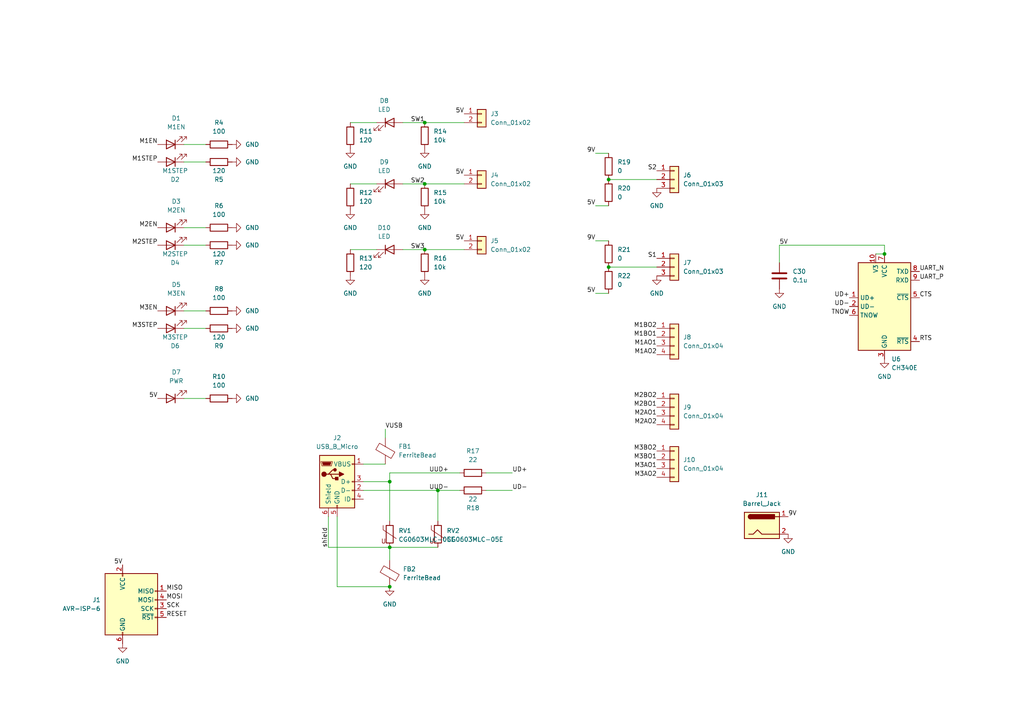
<source format=kicad_sch>
(kicad_sch (version 20211123) (generator eeschema)
  (paper "A4")
  (lib_symbols
    (symbol "Connector:AVR-ISP-6" (pin_names (offset 1.016))
      (property "Reference" "J" (at -6.35 11.43 0))
      (property "Value" "AVR-ISP-6" (at 0 11.43 0))
      (symbol "AVR-ISP-6_1_1"
        (pin passive line (at 10.16 5.08 180) (length 2.54) (name "MISO") (number "1"))
        (pin passive line (at -2.54 12.7 270) (length 2.54) (name "VCC") (number "2"))
        (pin passive line (at 10.16 0 180) (length 2.54) (name "SCK") (number "3"))
        (pin passive line (at 10.16 2.54 180) (length 2.54) (name "MOSI") (number "4"))
        (pin passive line (at 10.16 -2.54 180) (length 2.54) (name "~{RST}") (number "5"))
        (pin passive line (at -2.54 -10.16 90) (length 2.54) (name "GND") (number "6"))
      )
    )
    (symbol "Connector:Barrel_Jack" (pin_names (offset 1.016))
      (property "Reference" "J" (at 0 5.334 0))
      (property "Value" "Barrel_Jack" (at 0 -5.08 0))
      (symbol "Barrel_Jack_1_1"
        (pin passive line (at 7.62 2.54 180) (length 2.54) (name "~") (number "1"))
        (pin passive line (at 7.62 -2.54 180) (length 2.54) (name "~") (number "2"))
      )
    )
    (symbol "Connector:USB_B_Micro" (pin_names (offset 1.016))
      (property "Reference" "J" (at -5.08 11.43 0))
      (property "Value" "USB_B_Micro" (at -5.08 8.89 0))
      (symbol "USB_B_Micro_1_1"
        (pin power_out line (at 7.62 5.08 180) (length 2.54) (name "VBUS") (number "1"))
        (pin bidirectional line (at 7.62 -2.54 180) (length 2.54) (name "D-") (number "2"))
        (pin bidirectional line (at 7.62 0 180) (length 2.54) (name "D+") (number "3"))
        (pin passive line (at 7.62 -5.08 180) (length 2.54) (name "ID") (number "4"))
        (pin power_out line (at 0 -10.16 90) (length 2.54) (name "GND") (number "5"))
        (pin passive line (at -2.54 -10.16 90) (length 2.54) (name "Shield") (number "6"))
      )
    )
    (symbol "Connector_Generic:Conn_01x02" (pin_names (offset 1.016) hide)
      (property "Reference" "J" (at 0 2.54 0))
      (property "Value" "Conn_01x02" (at 0 -5.08 0))
      (symbol "Conn_01x02_1_1"
        (pin passive line (at -5.08 0 0) (length 3.81) (name "Pin_1") (number "1"))
        (pin passive line (at -5.08 -2.54 0) (length 3.81) (name "Pin_2") (number "2"))
      )
    )
    (symbol "Connector_Generic:Conn_01x03" (pin_names (offset 1.016) hide)
      (property "Reference" "J" (at 0 5.08 0))
      (property "Value" "Conn_01x03" (at 0 -5.08 0))
      (symbol "Conn_01x03_1_1"
        (pin passive line (at -5.08 2.54 0) (length 3.81) (name "Pin_1") (number "1"))
        (pin passive line (at -5.08 0 0) (length 3.81) (name "Pin_2") (number "2"))
        (pin passive line (at -5.08 -2.54 0) (length 3.81) (name "Pin_3") (number "3"))
      )
    )
    (symbol "Connector_Generic:Conn_01x04" (pin_names (offset 1.016) hide)
      (property "Reference" "J" (at 0 5.08 0))
      (property "Value" "Conn_01x04" (at 0 -7.62 0))
      (symbol "Conn_01x04_1_1"
        (pin passive line (at -5.08 2.54 0) (length 3.81) (name "Pin_1") (number "1"))
        (pin passive line (at -5.08 0 0) (length 3.81) (name "Pin_2") (number "2"))
        (pin passive line (at -5.08 -2.54 0) (length 3.81) (name "Pin_3") (number "3"))
        (pin passive line (at -5.08 -5.08 0) (length 3.81) (name "Pin_4") (number "4"))
      )
    )
    (symbol "Device:C" (pin_numbers hide) (pin_names (offset 0.254))
      (property "Reference" "C" (at 0.635 2.54 0))
      (property "Value" "C" (at 0.635 -2.54 0))
      (symbol "C_1_1"
        (pin passive line (at 0 3.81 270) (length 2.794) (name "~") (number "1"))
        (pin passive line (at 0 -3.81 90) (length 2.794) (name "~") (number "2"))
      )
    )
    (symbol "Device:FerriteBead" (pin_numbers hide) (pin_names (offset 0))
      (property "Reference" "FB" (at -3.81 0.635 90))
      (property "Value" "FerriteBead" (at 3.81 0 90))
      (symbol "FerriteBead_1_1"
        (pin passive line (at 0 3.81 270) (length 2.54) (name "~") (number "1"))
        (pin passive line (at 0 -3.81 90) (length 2.54) (name "~") (number "2"))
      )
    )
    (symbol "Device:LED" (pin_numbers hide) (pin_names (offset 1.016) hide)
      (property "Reference" "D" (at 0 2.54 0))
      (property "Value" "LED" (at 0 -2.54 0))
      (symbol "LED_1_1"
        (pin passive line (at -3.81 0 0) (length 2.54) (name "K") (number "1"))
        (pin passive line (at 3.81 0 180) (length 2.54) (name "A") (number "2"))
      )
    )
    (symbol "Device:R" (pin_numbers hide) (pin_names (offset 0))
      (property "Reference" "R" (at 2.032 0 90))
      (property "Value" "R" (at 0 0 90))
      (symbol "R_1_1"
        (pin passive line (at 0 3.81 270) (length 1.27) (name "~") (number "1"))
        (pin passive line (at 0 -3.81 90) (length 1.27) (name "~") (number "2"))
      )
    )
    (symbol "Device:Varistor" (pin_numbers hide) (pin_names (offset 0))
      (property "Reference" "RV" (at 3.175 0 90))
      (property "Value" "Varistor" (at -3.175 0 90))
      (symbol "Varistor_0_0"
        (text "U" (at -1.778 -2.032 0) (effects (font (size 1.27 1.27))))
      )
      (symbol "Varistor_1_1"
        (pin passive line (at 0 3.81 270) (length 1.27) (name "~") (number "1"))
        (pin passive line (at 0 -3.81 90) (length 1.27) (name "~") (number "2"))
      )
    )
    (symbol "Interface_USB:CH340E"
      (property "Reference" "U" (at -5.08 13.97 0))
      (property "Value" "CH340E" (at 1.27 13.97 0))
      (symbol "CH340E_1_1"
        (pin bidirectional line (at -10.16 2.54 0) (length 2.54) (name "UD+") (number "1"))
        (pin passive line (at -2.54 15.24 270) (length 2.54) (name "V3") (number "10"))
        (pin bidirectional line (at -10.16 0 0) (length 2.54) (name "UD-") (number "2"))
        (pin power_in line (at 0 -15.24 90) (length 2.54) (name "GND") (number "3"))
        (pin output line (at 10.16 -10.16 180) (length 2.54) (name "~{RTS}") (number "4"))
        (pin input line (at 10.16 2.54 180) (length 2.54) (name "~{CTS}") (number "5"))
        (pin output line (at -10.16 -2.54 0) (length 2.54) (name "TNOW") (number "6"))
        (pin power_in line (at 0 15.24 270) (length 2.54) (name "VCC") (number "7"))
        (pin output line (at 10.16 10.16 180) (length 2.54) (name "TXD") (number "8"))
        (pin input line (at 10.16 7.62 180) (length 2.54) (name "RXD") (number "9"))
      )
    )
    (symbol "MCU_Microchip_ATmega:ATmega2561-16A"
      (property "Reference" "U" (at -12.7 49.53 0))
      (property "Value" "ATmega2561-16A" (at 2.54 -49.53 0))
      (symbol "ATmega2561-16A_1_1"
        (pin bidirectional line (at -15.24 7.62 0) (length 2.54) (name "PG5") (number "1"))
        (pin bidirectional line (at 15.24 20.32 180) (length 2.54) (name "PB0") (number "10"))
        (pin bidirectional line (at 15.24 17.78 180) (length 2.54) (name "PB1") (number "11"))
        (pin bidirectional line (at 15.24 15.24 180) (length 2.54) (name "PB2") (number "12"))
        (pin bidirectional line (at 15.24 12.7 180) (length 2.54) (name "PB3") (number "13"))
        (pin bidirectional line (at 15.24 10.16 180) (length 2.54) (name "PB4") (number "14"))
        (pin bidirectional line (at 15.24 7.62 180) (length 2.54) (name "PB5") (number "15"))
        (pin bidirectional line (at 15.24 5.08 180) (length 2.54) (name "PB6") (number "16"))
        (pin bidirectional line (at 15.24 2.54 180) (length 2.54) (name "PB7") (number "17"))
        (pin bidirectional line (at -15.24 12.7 0) (length 2.54) (name "PG3") (number "18"))
        (pin bidirectional line (at -15.24 10.16 0) (length 2.54) (name "PG4") (number "19"))
        (pin bidirectional line (at -15.24 -25.4 0) (length 2.54) (name "PE0") (number "2"))
        (pin input line (at -15.24 43.18 0) (length 2.54) (name "~{RESET}") (number "20"))
        (pin power_in line (at 0 50.8 270) (length 2.54) (name "VCC") (number "21"))
        (pin power_in line (at 0 -50.8 90) (length 2.54) (name "GND") (number "22"))
        (pin output line (at -15.24 33.02 0) (length 2.54) (name "XTAL2") (number "23"))
        (pin input line (at -15.24 38.1 0) (length 2.54) (name "XTAL1") (number "24"))
        (pin bidirectional line (at 15.24 -25.4 180) (length 2.54) (name "PD0") (number "25"))
        (pin bidirectional line (at 15.24 -27.94 180) (length 2.54) (name "PD1") (number "26"))
        (pin bidirectional line (at 15.24 -30.48 180) (length 2.54) (name "PD2") (number "27"))
        (pin bidirectional line (at 15.24 -33.02 180) (length 2.54) (name "PD3") (number "28"))
        (pin bidirectional line (at 15.24 -35.56 180) (length 2.54) (name "PD4") (number "29"))
        (pin bidirectional line (at -15.24 -27.94 0) (length 2.54) (name "PE1") (number "3"))
        (pin bidirectional line (at 15.24 -38.1 180) (length 2.54) (name "PD5") (number "30"))
        (pin bidirectional line (at 15.24 -40.64 180) (length 2.54) (name "PD6") (number "31"))
        (pin bidirectional line (at 15.24 -43.18 180) (length 2.54) (name "PD7") (number "32"))
        (pin bidirectional line (at -15.24 20.32 0) (length 2.54) (name "PG0") (number "33"))
        (pin bidirectional line (at -15.24 17.78 0) (length 2.54) (name "PG1") (number "34"))
        (pin bidirectional line (at 15.24 -2.54 180) (length 2.54) (name "PC0") (number "35"))
        (pin bidirectional line (at 15.24 -5.08 180) (length 2.54) (name "PC1") (number "36"))
        (pin bidirectional line (at 15.24 -7.62 180) (length 2.54) (name "PC2") (number "37"))
        (pin bidirectional line (at 15.24 -10.16 180) (length 2.54) (name "PC3") (number "38"))
        (pin bidirectional line (at 15.24 -12.7 180) (length 2.54) (name "PC4") (number "39"))
        (pin bidirectional line (at -15.24 -30.48 0) (length 2.54) (name "PE2") (number "4"))
        (pin bidirectional line (at 15.24 -15.24 180) (length 2.54) (name "PC5") (number "40"))
        (pin bidirectional line (at 15.24 -17.78 180) (length 2.54) (name "PC6") (number "41"))
        (pin bidirectional line (at 15.24 -20.32 180) (length 2.54) (name "PC7") (number "42"))
        (pin bidirectional line (at -15.24 15.24 0) (length 2.54) (name "PG2") (number "43"))
        (pin bidirectional line (at 15.24 25.4 180) (length 2.54) (name "PA7") (number "44"))
        (pin bidirectional line (at 15.24 27.94 180) (length 2.54) (name "PA6") (number "45"))
        (pin bidirectional line (at 15.24 30.48 180) (length 2.54) (name "PA5") (number "46"))
        (pin bidirectional line (at 15.24 33.02 180) (length 2.54) (name "PA4") (number "47"))
        (pin bidirectional line (at 15.24 35.56 180) (length 2.54) (name "PA3") (number "48"))
        (pin bidirectional line (at 15.24 38.1 180) (length 2.54) (name "PA2") (number "49"))
        (pin bidirectional line (at -15.24 -33.02 0) (length 2.54) (name "PE3") (number "5"))
        (pin bidirectional line (at 15.24 40.64 180) (length 2.54) (name "PA1") (number "50"))
        (pin bidirectional line (at 15.24 43.18 180) (length 2.54) (name "PA0") (number "51"))
        (pin passive line (at 0 50.8 270) (length 2.54) hide (name "VCC") (number "52"))
        (pin passive line (at 0 -50.8 90) (length 2.54) hide (name "GND") (number "53"))
        (pin bidirectional line (at -15.24 -20.32 0) (length 2.54) (name "PF7") (number "54"))
        (pin bidirectional line (at -15.24 -17.78 0) (length 2.54) (name "PF6") (number "55"))
        (pin bidirectional line (at -15.24 -15.24 0) (length 2.54) (name "PF5") (number "56"))
        (pin bidirectional line (at -15.24 -12.7 0) (length 2.54) (name "PF4") (number "57"))
        (pin bidirectional line (at -15.24 -10.16 0) (length 2.54) (name "PF3") (number "58"))
        (pin bidirectional line (at -15.24 -7.62 0) (length 2.54) (name "PF2") (number "59"))
        (pin bidirectional line (at -15.24 -35.56 0) (length 2.54) (name "PE4") (number "6"))
        (pin bidirectional line (at -15.24 -5.08 0) (length 2.54) (name "PF1") (number "60"))
        (pin bidirectional line (at -15.24 -2.54 0) (length 2.54) (name "PF0") (number "61"))
        (pin passive line (at -15.24 27.94 0) (length 2.54) (name "AREF") (number "62"))
        (pin passive line (at 0 -50.8 90) (length 2.54) hide (name "GND") (number "63"))
        (pin power_in line (at 2.54 50.8 270) (length 2.54) (name "AVCC") (number "64"))
        (pin bidirectional line (at -15.24 -38.1 0) (length 2.54) (name "PE5") (number "7"))
        (pin bidirectional line (at -15.24 -40.64 0) (length 2.54) (name "PE6") (number "8"))
        (pin bidirectional line (at -15.24 -43.18 0) (length 2.54) (name "PE7") (number "9"))
      )
    )
    (symbol "Regulator_Linear:uA7805" (pin_names (offset 0.254))
      (property "Reference" "U" (at -3.81 3.175 0))
      (property "Value" "uA7805" (at 0 3.175 0))
      (symbol "uA7805_1_1"
        (pin power_in line (at -7.62 0 0) (length 2.54) (name "IN") (number "1"))
        (pin power_in line (at 0 -7.62 90) (length 2.54) (name "GND") (number "2"))
        (pin power_out line (at 7.62 0 180) (length 2.54) (name "OUT") (number "3"))
      )
    )
    (symbol "TMC2208:TMC2208-LA" (pin_names (offset 0.254))
      (property "Reference" "U" (at 25.4 10.16 0))
      (property "Value" "TMC2208-LA" (at 25.4 7.62 0))
      (symbol "TMC2208-LA_1_1"
        (pin output line (at 50.8 -15.24 180) (length 7.62) (name "OB2") (number "1"))
        (pin input line (at 0 -17.78 0) (length 7.62) (name "MS2") (number "10"))
        (pin output line (at 50.8 -5.08 180) (length 7.62) (name "DIAG") (number "11"))
        (pin output line (at 0 -10.16 0) (length 7.62) (name "INDEX") (number "12"))
        (pin input line (at 0 0 0) (length 7.62) (name "CLK") (number "13"))
        (pin bidirectional line (at 0 -33.02 0) (length 7.62) (name "PDN_UART") (number "14"))
        (pin input line (at 0 -22.86 0) (length 7.62) (name "STEP") (number "16"))
        (pin input line (at 0 -5.08 0) (length 7.62) (name "DIR") (number "19"))
        (pin input line (at 0 -7.62 0) (length 7.62) (name "ENN") (number "2"))
        (pin output line (at 50.8 -7.62 180) (length 7.62) (name "OA2") (number "21"))
        (pin unspecified line (at 0 -27.94 0) (length 7.62) (name "BRA") (number "23"))
        (pin output line (at 50.8 -10.16 180) (length 7.62) (name "OA1") (number "24"))
        (pin output line (at 50.8 -17.78 180) (length 7.62) (name "OB1") (number "26"))
        (pin unspecified line (at 0 -30.48 0) (length 7.62) (name "BRB") (number "27"))
        (pin output line (at 50.8 -2.54 180) (length 7.62) (name "CPO") (number "4"))
        (pin input line (at 0 -2.54 0) (length 7.62) (name "CPI") (number "5"))
        (pin output line (at 50.8 0 180) (length 7.62) (name "5VOUT") (number "8"))
        (pin input line (at 0 -15.24 0) (length 7.62) (name "MS1") (number "9"))
      )
      (symbol "TMC2208-LA_2_1"
        (pin power_in line (at 0 -7.62 0) (length 7.62) (name "VCC_IO") (number "15"))
        (pin input line (at 0 -12.7 0) (length 7.62) (name "VREF") (number "17"))
        (pin power_in line (at 0 -27.94 0) (length 7.62) (name "GND") (number "18"))
        (pin no_connect line (at 0 -2.54 0) (length 7.62) (name "NC") (number "20"))
        (pin power_in line (at 0 -17.78 0) (length 7.62) (name "VS") (number "22"))
        (pin no_connect line (at 0 -5.08 0) (length 7.62) (name "NC") (number "25"))
        (pin power_in line (at 0 -20.32 0) (length 7.62) (name "VS") (number "28"))
        (pin power_in line (at 0 -25.4 0) (length 7.62) (name "GND") (number "3"))
        (pin power_in line (at 0 -10.16 0) (length 7.62) (name "VCP") (number "6"))
        (pin no_connect line (at 0 0 0) (length 7.62) (name "NC") (number "7"))
      )
    )
    (symbol "XTAL:ECS-160-12-33-AGN-TR" (pin_names (offset 1.016))
      (property "Reference" "Y" (at -12.7254 7.62 0))
      (property "Value" "ECS-160-12-33-AGN-TR" (at -12.7254 -7.62 0))
      (symbol "ECS-160-12-33-AGN-TR_0_0"
        (pin bidirectional line (at -17.78 2.54 0) (length 5.08) (name "IN/OUT") (number "1"))
        (pin power_in line (at 17.78 -2.54 180) (length 5.08) (name "GND") (number "2"))
        (pin bidirectional line (at 17.78 2.54 180) (length 5.08) (name "OUT/IN") (number "3"))
        (pin power_in line (at 17.78 -2.54 180) (length 5.08) (name "GND") (number "4"))
      )
    )
    (symbol "power:GND" (power) (pin_names (offset 0))
      (property "Value" "GND" (at 0 -3.81 0))
      (symbol "GND_1_1"
        (pin power_in line (at 0 0 270) (length 0) hide (name "GND") (number "1"))
      )
    )
  )
  (junction (at -60.96 78.74))
  (junction (at -307.34 450.85))
  (junction (at -293.37 256.54))
  (junction (at 123.19 72.39))
  (junction (at -313.69 182.88))
  (junction (at -36.83 58.42))
  (junction (at -102.87 67.31))
  (junction (at -294.64 306.07))
  (junction (at -294.64 313.69))
  (junction (at -163.83 29.21))
  (junction (at -298.45 450.85))
  (junction (at 113.03 139.7))
  (junction (at 123.19 53.34))
  (junction (at -318.77 450.85))
  (junction (at -303.53 313.69))
  (junction (at 113.03 170.18))
  (junction (at 113.03 158.75))
  (junction (at -48.26 58.42))
  (junction (at -307.34 443.23))
  (junction (at -293.37 175.26))
  (junction (at -36.83 50.8))
  (junction (at -302.26 182.88))
  (junction (at -303.53 306.07))
  (junction (at 256.54 73.66))
  (junction (at -313.69 175.26))
  (junction (at -318.77 443.23))
  (junction (at 127 142.24))
  (junction (at -102.87 102.87))
  (junction (at 176.53 77.47))
  (junction (at -293.37 182.88))
  (junction (at -314.96 306.07))
  (junction (at -327.66 313.69))
  (junction (at -48.26 50.8))
  (junction (at -302.26 175.26))
  (junction (at -292.1 125.73))
  (junction (at 176.53 52.07))
  (junction (at -326.39 182.88))
  (junction (at 123.19 35.56))
  (junction (at -314.96 313.69))
  (junction (at -331.47 450.85))
  (junction (at -297.18 393.7))
  (junction (at -102.87 110.49))
  (junction (at -298.45 443.23))
  (wire (pts (xy -318.77 443.23) (xy -307.34 443.23)))
  (wire (pts (xy 176.53 77.47) (xy 190.5 77.47)))
  (wire (pts (xy -86.36 88.9) (xy -54.61 88.9)))
  (wire (pts (xy -36.83 58.42) (xy -36.83 71.12)))
  (wire (pts (xy 53.34 95.25) (xy 59.69 95.25)))
  (wire (pts (xy -85.09 147.32) (xy -54.61 147.32)))
  (wire (pts (xy -294.64 311.15) (xy -294.64 313.69)))
  (wire (pts (xy 53.34 66.04) (xy 59.69 66.04)))
  (wire (pts (xy 140.97 137.16) (xy 148.59 137.16)))
  (wire (pts (xy -309.88 393.7) (xy -297.18 393.7)))
  (wire (pts (xy 113.03 158.75) (xy 113.03 162.56)))
  (wire (pts (xy -314.96 295.91) (xy -294.64 295.91)))
  (wire (pts (xy -309.88 365.76) (xy -297.18 365.76)))
  (wire (pts (xy -292.1 125.73) (xy -292.1 128.27)))
  (wire (pts (xy -327.66 313.69) (xy -314.96 313.69)))
  (wire (pts (xy -86.36 102.87) (xy -86.36 88.9)))
  (wire (pts (xy 53.34 71.12) (xy 59.69 71.12)))
  (wire (pts (xy -68.58 78.74) (xy -60.96 78.74)))
  (wire (pts (xy -303.53 313.69) (xy -294.64 313.69)))
  (wire (pts (xy 172.72 85.09) (xy 176.53 85.09)))
  (wire (pts (xy 97.79 170.18) (xy 113.03 170.18)))
  (wire (pts (xy 53.34 115.57) (xy 59.69 115.57)))
  (wire (pts (xy -294.64 303.53) (xy -294.64 306.07)))
  (wire (pts (xy 95.25 158.75) (xy 113.03 158.75)))
  (wire (pts (xy 113.03 137.16) (xy 113.03 139.7)))
  (wire (pts (xy -318.77 433.07) (xy -298.45 433.07)))
  (wire (pts (xy -48.26 59.69) (xy -48.26 58.42)))
  (wire (pts (xy -339.09 162.56) (xy -293.37 162.56)))
  (wire (pts (xy -306.07 256.54) (xy -293.37 256.54)))
  (wire (pts (xy 113.03 139.7) (xy 105.41 139.7)))
  (wire (pts (xy -39.37 58.42) (xy -36.83 58.42)))
  (wire (pts (xy -344.17 438.15) (xy -344.17 450.85)))
  (wire (pts (xy 256.54 71.12) (xy 226.06 71.12)))
  (wire (pts (xy -318.77 450.85) (xy -307.34 450.85)))
  (wire (pts (xy -293.37 256.54) (xy -293.37 259.08)))
  (wire (pts (xy -241.3 97.79) (xy -226.06 97.79)))
  (wire (pts (xy -339.09 182.88) (xy -326.39 182.88)))
  (wire (pts (xy -314.96 313.69) (xy -303.53 313.69)))
  (wire (pts (xy -307.34 443.23) (xy -298.45 443.23)))
  (wire (pts (xy -298.45 440.69) (xy -298.45 443.23)))
  (wire (pts (xy 127 142.24) (xy 105.41 142.24)))
  (wire (pts (xy 254 73.66) (xy 256.54 73.66)))
  (wire (pts (xy -313.69 167.64) (xy -313.69 165.1)))
  (wire (pts (xy -313.69 175.26) (xy -302.26 175.26)))
  (wire (pts (xy -297.18 393.7) (xy -297.18 396.24)))
  (wire (pts (xy 133.35 137.16) (xy 113.03 137.16)))
  (wire (pts (xy 172.72 59.69) (xy 176.53 59.69)))
  (wire (pts (xy 113.03 158.75) (xy 127 158.75)))
  (wire (pts (xy -326.39 175.26) (xy -313.69 175.26)))
  (wire (pts (xy -331.47 443.23) (xy -318.77 443.23)))
  (wire (pts (xy -306.07 228.6) (xy -293.37 228.6)))
  (wire (pts (xy -313.69 165.1) (xy -293.37 165.1)))
  (wire (pts (xy 172.72 44.45) (xy 176.53 44.45)))
  (wire (pts (xy -327.66 306.07) (xy -314.96 306.07)))
  (wire (pts (xy 116.84 72.39) (xy 123.19 72.39)))
  (wire (pts (xy -303.53 306.07) (xy -294.64 306.07)))
  (wire (pts (xy 53.34 41.91) (xy 59.69 41.91)))
  (wire (pts (xy -326.39 182.88) (xy -313.69 182.88)))
  (wire (pts (xy 111.76 124.46) (xy 111.76 127)))
  (wire (pts (xy -102.87 102.87) (xy -86.36 102.87)))
  (wire (pts (xy 123.19 72.39) (xy 134.62 72.39)))
  (wire (pts (xy 101.6 72.39) (xy 109.22 72.39)))
  (wire (pts (xy 53.34 46.99) (xy 59.69 46.99)))
  (wire (pts (xy -86.36 83.82) (xy -86.36 67.31)))
  (wire (pts (xy -344.17 430.53) (xy -298.45 430.53)))
  (wire (pts (xy 101.6 35.56) (xy 109.22 35.56)))
  (wire (pts (xy 101.6 53.34) (xy 109.22 53.34)))
  (wire (pts (xy -302.26 182.88) (xy -293.37 182.88)))
  (wire (pts (xy -339.09 170.18) (xy -339.09 182.88)))
  (wire (pts (xy 95.25 149.86) (xy 95.25 158.75)))
  (wire (pts (xy 127 142.24) (xy 133.35 142.24)))
  (wire (pts (xy -302.26 175.26) (xy -293.37 175.26)))
  (wire (pts (xy -156.21 21.59) (xy -149.86 21.59)))
  (wire (pts (xy 116.84 35.56) (xy 123.19 35.56)))
  (wire (pts (xy -107.95 110.49) (xy -102.87 110.49)))
  (wire (pts (xy -78.74 93.98) (xy -54.61 93.98)))
  (wire (pts (xy 176.53 52.07) (xy 190.5 52.07)))
  (wire (pts (xy -86.36 67.31) (xy -102.87 67.31)))
  (wire (pts (xy 123.19 53.34) (xy 134.62 53.34)))
  (wire (pts (xy -340.36 300.99) (xy -340.36 313.69)))
  (wire (pts (xy -340.36 313.69) (xy -327.66 313.69)))
  (wire (pts (xy -304.8 97.79) (xy -292.1 97.79)))
  (wire (pts (xy -85.09 156.21) (xy -85.09 149.86)))
  (wire (pts (xy -246.38 365.76) (xy -231.14 365.76)))
  (wire (pts (xy 172.72 69.85) (xy 176.53 69.85)))
  (wire (pts (xy 113.03 139.7) (xy 113.03 151.13)))
  (wire (pts (xy -318.77 435.61) (xy -318.77 433.07)))
  (wire (pts (xy 116.84 53.34) (xy 123.19 53.34)))
  (wire (pts (xy -314.96 298.45) (xy -314.96 295.91)))
  (wire (pts (xy -85.09 149.86) (xy -54.61 149.86)))
  (wire (pts (xy 105.41 134.62) (xy 111.76 134.62)))
  (wire (pts (xy -59.69 50.8) (xy -48.26 50.8)))
  (wire (pts (xy -340.36 293.37) (xy -294.64 293.37)))
  (wire (pts (xy 127 142.24) (xy 127 151.13)))
  (wire (pts (xy -314.96 306.07) (xy -303.53 306.07)))
  (wire (pts (xy 256.54 73.66) (xy 256.54 71.12)))
  (wire (pts (xy -293.37 180.34) (xy -293.37 182.88)))
  (wire (pts (xy -180.34 29.21) (xy -163.83 29.21)))
  (wire (pts (xy 123.19 35.56) (xy 134.62 35.56)))
  (wire (pts (xy 226.06 71.12) (xy 226.06 76.2)))
  (wire (pts (xy -180.34 21.59) (xy -171.45 21.59)))
  (wire (pts (xy 140.97 142.24) (xy 148.59 142.24)))
  (wire (pts (xy -307.34 450.85) (xy -298.45 450.85)))
  (wire (pts (xy 97.79 149.86) (xy 97.79 170.18)))
  (wire (pts (xy -313.69 182.88) (xy -302.26 182.88)))
  (wire (pts (xy 53.34 90.17) (xy 59.69 90.17)))
  (wire (pts (xy -331.47 450.85) (xy -318.77 450.85)))
  (wire (pts (xy -242.57 228.6) (xy -227.33 228.6)))
  (wire (pts (xy -304.8 125.73) (xy -292.1 125.73)))
  (wire (pts (xy -36.83 50.8) (xy -31.75 50.8)))
  (wire (pts (xy -344.17 450.85) (xy -331.47 450.85)))
  (wire (pts (xy -95.25 147.32) (xy -92.71 147.32)))
  (wire (pts (xy -36.83 50.8) (xy -36.83 58.42)))
  (wire (pts (xy -298.45 448.31) (xy -298.45 450.85)))
  (wire (pts (xy -48.26 50.8) (xy -36.83 50.8)))
  (wire (pts (xy -39.37 58.42) (xy -39.37 71.12)))
  (wire (pts (xy -163.83 29.21) (xy -149.86 29.21)))
  (wire (pts (xy -107.95 102.87) (xy -107.95 110.49)))
  (wire (pts (xy -293.37 172.72) (xy -293.37 175.26)))
  (wire (pts (xy -95.25 156.21) (xy -92.71 156.21)))
  (wire (pts (xy -60.96 78.74) (xy -54.61 78.74)))
  (wire (pts (xy -59.69 58.42) (xy -48.26 58.42)))
  (wire (pts (xy -86.36 83.82) (xy -54.61 83.82)))
  (label "M3BO2" (at 190.5 130.81 180))
  (label "9V" (at -327.66 306.07 180))
  (label "UD-" (at 148.59 142.24 0))
  (label "5V" (at 134.62 69.85 180))
  (label "M2CPI" (at -271.78 210.82 180))
  (label "5V" (at -149.86 21.59 90))
  (label "5V" (at -339.09 162.56 180))
  (label "M3AO1" (at -246.38 375.92 0))
  (label "M1CPO" (at -241.3 100.33 0))
  (label "M3AO2" (at 190.5 138.43 180))
  (label "M3EN" (at -297.18 373.38 180))
  (label "M2STEP" (at 45.72 71.12 180))
  (label "M3DIAG" (at -246.38 370.84 0))
  (label "M1AO2" (at 190.5 102.87 180))
  (label "M2CPO" (at -242.57 231.14 0))
  (label "M2BO2" (at 190.5 115.57 180))
  (label "M3AO1" (at 190.5 135.89 180))
  (label "S1" (at 190.5 74.93 180))
  (label "5V" (at 134.62 33.02 180))
  (label "M2INDEX" (at -293.37 238.76 180))
  (label "shield" (at 95.25 158.75 90))
  (label "M3STEP" (at 45.72 95.25 180))
  (label "M1DIR" (at -24.13 93.98 0))
  (label "M3STEP" (at -297.18 388.62 180))
  (label "S2" (at -24.13 152.4 0))
  (label "M1AO1" (at -241.3 107.95 0))
  (label "9V" (at 172.72 69.85 180))
  (label "M1CPO" (at -262.89 80.01 0))
  (label "SW2" (at 123.19 53.34 180))
  (label "M1BO1" (at 190.5 97.79 180))
  (label "M1BO2" (at -241.3 113.03 0))
  (label "RTS" (at 266.7 99.06 0))
  (label "M3PDN" (at -297.18 398.78 180))
  (label "SCK" (at -24.13 104.14 0))
  (label "M1MS1" (at -292.1 113.03 180))
  (label "M3DIAG" (at -54.61 104.14 180))
  (label "M2AO2" (at 190.5 123.19 180))
  (label "S1" (at -24.13 149.86 0))
  (label "AUART_N" (at -76.2 149.86 270))
  (label "UART_N" (at -95.25 156.21 180))
  (label "M2PDN" (at -293.37 261.62 180))
  (label "M1MS1" (at -24.13 81.28 0))
  (label "M2BO2" (at -242.57 243.84 0))
  (label "5V" (at -340.36 293.37 180))
  (label "M3BO1" (at 190.5 133.35 180))
  (label "SW1" (at 123.19 35.56 180))
  (label "SW2" (at -24.13 157.48 0))
  (label "M2EN" (at 45.72 66.04 180))
  (label "M2STEP" (at -24.13 134.62 0))
  (label "M1DIAG" (at -241.3 102.87 0))
  (label "M2DIR" (at -24.13 132.08 0))
  (label "M3AO2" (at -246.38 373.38 0))
  (label "M3CPO" (at -246.38 368.3 0))
  (label "MISO" (at 48.26 171.45 0))
  (label "M3INDEX" (at -54.61 101.6 180))
  (label "M1AO2" (at -241.3 105.41 0))
  (label "M3BO2" (at -246.38 381 0))
  (label "M1INDEX" (at -24.13 88.9 0))
  (label "M2DIAG" (at -24.13 139.7 0))
  (label "M3CPO" (at -267.97 347.98 0))
  (label "RESET" (at -68.58 78.74 180))
  (label "MOSI" (at 48.26 173.99 0))
  (label "M1STEP" (at -24.13 91.44 0))
  (label "M2MS2" (at -24.13 142.24 0))
  (label "M2DIAG" (at -242.57 233.68 0))
  (label "M2CPO" (at -264.16 210.82 0))
  (label "UD+" (at 246.38 86.36 180))
  (label "M2STEP" (at -293.37 251.46 180))
  (label "M2BO1" (at -242.57 246.38 0))
  (label "M3MS2" (at -24.13 124.46 0))
  (label "MISO" (at -24.13 109.22 0))
  (label "M3MS1" (at -297.18 381 180))
  (label "5V" (at 226.06 71.12 0))
  (label "VUSB" (at 111.76 124.46 0))
  (label "9V" (at -180.34 21.59 90))
  (label "M3BO1" (at -246.38 383.54 0))
  (label "9V" (at 172.72 44.45 180))
  (label "M2EN" (at -24.13 96.52 0))
  (label "S2" (at 190.5 49.53 180))
  (label "9V" (at -331.47 443.23 180))
  (label "M1MS2" (at -24.13 83.82 0))
  (label "M1DIR" (at -292.1 102.87 180))
  (label "M1CPI" (at -270.51 80.01 180))
  (label "5V" (at -344.17 430.53 180))
  (label "M1PDN" (at -292.1 130.81 180))
  (label "5V" (at -41.91 50.8 180))
  (label "SCK" (at 48.26 176.53 0))
  (label "M3MS2" (at -297.18 383.54 180))
  (label "SW1" (at -24.13 160.02 0))
  (label "5V" (at 35.56 163.83 180))
  (label "SW3" (at -24.13 154.94 0))
  (label "M1BO2" (at 190.5 95.25 180))
  (label "UART_N" (at 266.7 78.74 0))
  (label "M2DIR" (at -293.37 233.68 180))
  (label "M2MS1" (at -54.61 106.68 180))
  (label "M3MS1" (at -24.13 127 0))
  (label "M2MS2" (at -293.37 246.38 180))
  (label "UUD+" (at 124.46 137.16 0))
  (label "SW3" (at 123.19 72.39 180))
  (label "M3INDEX" (at -297.18 375.92 180))
  (label "9V" (at -326.39 175.26 180))
  (label "M1STEP" (at -292.1 120.65 180))
  (label "M2CPI" (at -293.37 231.14 180))
  (label "M2EN" (at -293.37 236.22 180))
  (label "M3EN" (at 45.72 90.17 180))
  (label "AUART_P" (at -76.2 147.32 90))
  (label "UD-" (at 246.38 88.9 180))
  (label "M1INDEX" (at -292.1 107.95 180))
  (label "5V" (at 172.72 85.09 180))
  (label "UUD-" (at 124.46 142.24 0))
  (label "M3CPI" (at -297.18 368.3 180))
  (label "M1STEP" (at 45.72 46.99 180))
  (label "UART_P" (at 266.7 81.28 0))
  (label "5V" (at 134.62 50.8 180))
  (label "RESET" (at 48.26 179.07 0))
  (label "UD+" (at 148.59 137.16 0))
  (label "TNOW" (at 246.38 91.44 180))
  (label "M1DIAG" (at -24.13 86.36 0))
  (label "M1CPI" (at -292.1 100.33 180))
  (label "M2AO1" (at 190.5 120.65 180))
  (label "M2AO2" (at -242.57 236.22 0))
  (label "M3STEP" (at -24.13 165.1 0))
  (label "UART_P" (at -95.25 147.32 180))
  (label "M2INDEX" (at -24.13 137.16 0))
  (label "M1EN" (at -24.13 78.74 0))
  (label "M3EN" (at -24.13 129.54 0))
  (label "M2MS1" (at -293.37 243.84 180))
  (label "M1BO1" (at -241.3 115.57 0))
  (label "5V" (at 172.72 59.69 180))
  (label "5V" (at -60.96 71.12 90))
  (label "9V" (at 228.6 149.86 0))
  (label "M3DIR" (at -297.18 370.84 180))
  (label "M1MS2" (at -292.1 115.57 180))
  (label "M3DIR" (at -24.13 162.56 0))
  (label "M3CPI" (at -275.59 347.98 180))
  (label "M1AO1" (at 190.5 100.33 180))
  (label "CTS" (at 266.7 86.36 0))
  (label "M1EN" (at 45.72 41.91 180))
  (label "MOSI" (at -24.13 106.68 0))
  (label "M2BO1" (at 190.5 118.11 180))
  (label "M1EN" (at -292.1 105.41 180))
  (label "5V" (at 45.72 115.57 180))
  (label "M2AO1" (at -242.57 238.76 0))
  (symbol (lib_id "Connector:USB_B_Micro") (at 97.79 139.7 0) (unit 1)
    (property "Reference" "J2" (at 97.79 127 0))
    (property "Value" "USB_B_Micro" (at 97.79 129.54 0))
    (property "Footprint" "Connector_USB:USB_Micro-B_Amphenol_10104110_Horizontal" (effects hide))
  )
  (symbol (lib_id "power:GND") (at 101.6 43.18 0) (unit 1)
    (property "Reference" "#PWR028" (effects hide))
    (property "Value" "GND" (at 101.6 48.26 0))
  )
  (symbol (lib_id "Connector_Generic:Conn_01x02") (at 139.7 69.85 0) (unit 1)
    (property "Reference" "J5" (at 142.24 69.8499 0) (effects (justify left)))
    (property "Value" "Conn_01x02" (at 142.24 72.3899 0) (effects (justify left)))
    (property "Footprint" "Connector_JST:JST_XH_B2B-XH-A_1x02_P2.50mm_Vertical" (effects hide))
  )
  (symbol (lib_id "Device:C") (at -318.77 439.42 0) (unit 1)
    (property "Reference" "C7" (at -313.69 438.1499 0) (effects (justify left)))
    (property "Value" "100n" (at -313.69 440.6899 0) (effects (justify left)))
    (property "Footprint" "Capacitor_SMD:C_1206_3216Metric_Pad1.33x1.80mm_HandSolder" (effects hide))
  )
  (symbol (lib_id "power:GND") (at 190.5 54.61 0) (unit 1)
    (property "Reference" "#PWR035" (effects hide))
    (property "Value" "GND" (at 190.5 59.69 0))
  )
  (symbol (lib_id "power:GND") (at -306.07 256.54 0) (unit 1)
    (property "Reference" "#PWR07" (effects hide))
    (property "Value" "GND" (at -306.07 261.62 0))
  )
  (symbol (lib_id "Device:LED") (at 49.53 46.99 180) (unit 1)
    (property "Reference" "D2" (at 50.8 52.07 0))
    (property "Value" "M1STEP" (at 50.8 49.53 0))
    (property "Footprint" "LED_SMD:LED_1206_3216Metric_Pad1.42x1.75mm_HandSolder" (effects hide))
  )
  (symbol (lib_id "power:GND") (at -304.8 97.79 0) (unit 1)
    (property "Reference" "#PWR08" (effects hide))
    (property "Value" "GND" (at -304.8 102.87 0))
  )
  (symbol (lib_id "Device:R") (at 123.19 39.37 0) (unit 1)
    (property "Reference" "R14" (at 125.73 38.0999 0) (effects (justify left)))
    (property "Value" "10k" (at 125.73 40.6399 0) (effects (justify left)))
    (property "Footprint" "Resistor_SMD:R_1206_3216Metric_Pad1.30x1.75mm_HandSolder" (effects hide))
  )
  (symbol (lib_id "Device:R") (at 123.19 76.2 0) (unit 1)
    (property "Reference" "R16" (at 125.73 74.9299 0) (effects (justify left)))
    (property "Value" "10k" (at 125.73 77.4699 0) (effects (justify left)))
    (property "Footprint" "Resistor_SMD:R_1206_3216Metric_Pad1.30x1.75mm_HandSolder" (effects hide))
  )
  (symbol (lib_id "Device:C") (at -59.69 54.61 180) (unit 1)
    (property "Reference" "C27" (at -55.88 53.3399 0) (effects (justify right)))
    (property "Value" "0.1u" (at -55.88 55.8799 0) (effects (justify right)))
    (property "Footprint" "Capacitor_SMD:C_1206_3216Metric_Pad1.33x1.80mm_HandSolder" (effects hide))
  )
  (symbol (lib_id "Device:LED") (at 49.53 90.17 180) (unit 1)
    (property "Reference" "D5" (at 51.1175 82.55 0))
    (property "Value" "M3EN" (at 51.1175 85.09 0))
    (property "Footprint" "LED_SMD:LED_1206_3216Metric_Pad1.42x1.75mm_HandSolder" (effects hide))
  )
  (symbol (lib_id "power:GND") (at -314.96 313.69 0) (unit 1)
    (property "Reference" "#PWR02" (effects hide))
    (property "Value" "GND" (at -314.96 318.77 0))
  )
  (symbol (lib_id "Device:C") (at -149.86 25.4 0) (unit 1)
    (property "Reference" "C23" (at -144.78 24.1299 0) (effects (justify left)))
    (property "Value" "0.1u" (at -144.78 26.6699 0) (effects (justify left)))
    (property "Footprint" "Capacitor_SMD:C_1206_3216Metric_Pad1.33x1.80mm_HandSolder" (effects hide))
  )
  (symbol (lib_id "Device:LED") (at 113.03 35.56 0) (unit 1)
    (property "Reference" "D8" (at 111.4425 29.21 0))
    (property "Value" "LED" (at 111.4425 31.75 0))
    (property "Footprint" "LED_SMD:LED_1206_3216Metric_Pad1.42x1.75mm_HandSolder" (effects hide))
  )
  (symbol (lib_id "Device:R") (at -60.96 74.93 0) (unit 1)
    (property "Reference" "R3" (at -57.15 73.6599 0) (effects (justify left)))
    (property "Value" "10k" (at -57.15 76.1999 0) (effects (justify left)))
    (property "Footprint" "Resistor_SMD:R_1206_3216Metric_Pad1.30x1.75mm_HandSolder" (effects hide))
  )
  (symbol (lib_id "Device:C") (at -318.77 447.04 0) (unit 1)
    (property "Reference" "C8" (at -313.69 445.7699 0) (effects (justify left)))
    (property "Value" "100n" (at -313.69 448.3099 0) (effects (justify left)))
    (property "Footprint" "Capacitor_SMD:C_1206_3216Metric_Pad1.33x1.80mm_HandSolder" (effects hide))
  )
  (symbol (lib_id "Connector:AVR-ISP-6") (at 38.1 176.53 0) (unit 1)
    (property "Reference" "J1" (at 29.21 173.9899 0) (effects (justify right)))
    (property "Value" "AVR-ISP-6" (at 29.21 176.5299 0) (effects (justify right)))
    (property "Footprint" "Connector_PinHeader_2.54mm:PinHeader_2x03_P2.54mm_Vertical" (effects hide))
    (property "Datasheet" " ~" (effects hide))
  )
  (symbol (lib_id "TMC2208:TMC2208-LA") (at -292.1 97.79 0) (unit 1)
    (property "Reference" "U3" (at -266.7 86.36 0) (effects (font (size 1.524 1.524))))
    (property "Value" "TMC2208-LA" (at -266.7 90.17 0) (effects (font (size 1.524 1.524))))
    (property "Footprint" "TMC2208:TMC2208-LA" (effects hide))
  )
  (symbol (lib_id "power:GND") (at -31.75 58.42 0) (unit 1)
    (property "Reference" "#PWR019" (effects hide))
    (property "Value" "GND" (at -31.75 63.5 0))
  )
  (symbol (lib_id "power:GND") (at 123.19 60.96 0) (unit 1)
    (property "Reference" "#PWR033" (effects hide))
    (property "Value" "GND" (at 123.19 66.04 0))
  )
  (symbol (lib_id "Device:C") (at -48.26 54.61 180) (unit 1)
    (property "Reference" "C28" (at -44.45 53.3399 0) (effects (justify right)))
    (property "Value" "0.1u" (at -44.45 55.8799 0) (effects (justify right)))
    (property "Footprint" "Capacitor_SMD:C_1206_3216Metric_Pad1.33x1.80mm_HandSolder" (effects hide))
  )
  (symbol (lib_id "Device:R") (at 137.16 142.24 90) (unit 1)
    (property "Reference" "R18" (at 137.16 147.32 90))
    (property "Value" "22" (at 137.16 144.78 90))
    (property "Footprint" "Resistor_SMD:R_1206_3216Metric_Pad1.30x1.75mm_HandSolder" (effects hide))
  )
  (symbol (lib_id "Device:C") (at -326.39 179.07 0) (unit 1)
    (property "Reference" "C6" (at -321.31 177.7999 0) (effects (justify left)))
    (property "Value" "100u" (at -321.31 180.3399 0) (effects (justify left)))
    (property "Footprint" "Capacitor_SMD:CP_Elec_5x5.4" (effects hide))
  )
  (symbol (lib_id "power:GND") (at 113.03 170.18 0) (unit 1)
    (property "Reference" "#PWR031" (effects hide))
    (property "Value" "GND" (at 113.03 175.26 0))
  )
  (symbol (lib_id "power:GND") (at 67.31 41.91 90) (unit 1)
    (property "Reference" "#PWR021" (effects hide))
    (property "Value" "GND" (at 71.12 41.9099 90) (effects (justify right)))
  )
  (symbol (lib_id "Device:R") (at 101.6 39.37 180) (unit 1)
    (property "Reference" "R11" (at 104.14 38.0999 0) (effects (justify right)))
    (property "Value" "120" (at 104.14 40.6399 0) (effects (justify right)))
    (property "Footprint" "Resistor_SMD:R_1206_3216Metric_Pad1.30x1.75mm_HandSolder" (effects hide))
  )
  (symbol (lib_id "Device:C") (at -340.36 297.18 0) (unit 1)
    (property "Reference" "C2" (at -335.28 295.9099 0) (effects (justify left)))
    (property "Value" "100n" (at -335.28 298.4499 0) (effects (justify left)))
    (property "Footprint" "Capacitor_SMD:C_1206_3216Metric_Pad1.33x1.80mm_HandSolder" (effects hide))
  )
  (symbol (lib_id "Device:R") (at 63.5 90.17 90) (unit 1)
    (property "Reference" "R8" (at 63.5 83.82 90))
    (property "Value" "100" (at 63.5 86.36 90))
    (property "Footprint" "Resistor_SMD:R_1206_3216Metric_Pad1.30x1.75mm_HandSolder" (effects hide))
  )
  (symbol (lib_id "power:GND") (at -102.87 59.69 180) (unit 1)
    (property "Reference" "#PWR014" (effects hide))
    (property "Value" "GND" (at -102.87 54.61 0))
  )
  (symbol (lib_id "Device:C") (at -314.96 309.88 0) (unit 1)
    (property "Reference" "C10" (at -309.88 308.6099 0) (effects (justify left)))
    (property "Value" "100n" (at -309.88 311.1499 0) (effects (justify left)))
    (property "Footprint" "Capacitor_SMD:C_1206_3216Metric_Pad1.33x1.80mm_HandSolder" (effects hide))
  )
  (symbol (lib_id "power:GND") (at -313.69 182.88 0) (unit 1)
    (property "Reference" "#PWR03" (effects hide))
    (property "Value" "GND" (at -313.69 187.96 0))
  )
  (symbol (lib_id "Device:R") (at 176.53 55.88 0) (unit 1)
    (property "Reference" "R20" (at 179.07 54.6099 0) (effects (justify left)))
    (property "Value" "0" (at 179.07 57.1499 0) (effects (justify left)))
    (property "Footprint" "Resistor_SMD:R_1206_3216Metric_Pad1.30x1.75mm_HandSolder" (effects hide))
  )
  (symbol (lib_id "Device:C") (at -302.26 179.07 0) (unit 1)
    (property "Reference" "C15" (at -297.18 177.7999 0) (effects (justify left)))
    (property "Value" "100n" (at -297.18 180.3399 0) (effects (justify left)))
    (property "Footprint" "Capacitor_SMD:C_1206_3216Metric_Pad1.33x1.80mm_HandSolder" (effects hide))
  )
  (symbol (lib_id "power:GND") (at 67.31 90.17 90) (unit 1)
    (property "Reference" "#PWR025" (effects hide))
    (property "Value" "GND" (at 71.12 90.1699 90) (effects (justify right)))
  )
  (symbol (lib_id "Device:LED") (at 49.53 41.91 180) (unit 1)
    (property "Reference" "D1" (at 51.1175 34.29 0))
    (property "Value" "M1EN" (at 51.1175 36.83 0))
    (property "Footprint" "LED_SMD:LED_1206_3216Metric_Pad1.42x1.75mm_HandSolder" (effects hide))
  )
  (symbol (lib_id "power:GND") (at 67.31 115.57 90) (unit 1)
    (property "Reference" "#PWR027" (effects hide))
    (property "Value" "GND" (at 71.12 115.5699 90) (effects (justify right)))
  )
  (symbol (lib_id "Device:R") (at 137.16 137.16 90) (unit 1)
    (property "Reference" "R17" (at 137.16 130.81 90))
    (property "Value" "22" (at 137.16 133.35 90))
    (property "Footprint" "Resistor_SMD:R_1206_3216Metric_Pad1.30x1.75mm_HandSolder" (effects hide))
  )
  (symbol (lib_id "power:GND") (at -304.8 125.73 0) (unit 1)
    (property "Reference" "#PWR09" (effects hide))
    (property "Value" "GND" (at -304.8 130.81 0))
  )
  (symbol (lib_id "Device:LED") (at 113.03 53.34 0) (unit 1)
    (property "Reference" "D9" (at 111.4425 46.99 0))
    (property "Value" "LED" (at 111.4425 49.53 0))
    (property "Footprint" "LED_SMD:LED_1206_3216Metric_Pad1.42x1.75mm_HandSolder" (effects hide))
  )
  (symbol (lib_id "power:GND") (at -231.14 373.38 0) (unit 1)
    (property "Reference" "#PWR010" (effects hide))
    (property "Value" "GND" (at -231.14 378.46 0))
  )
  (symbol (lib_id "Device:C") (at -314.96 302.26 0) (unit 1)
    (property "Reference" "C9" (at -309.88 300.9899 0) (effects (justify left)))
    (property "Value" "100n" (at -309.88 303.5299 0) (effects (justify left)))
    (property "Footprint" "Capacitor_SMD:C_1206_3216Metric_Pad1.33x1.80mm_HandSolder" (effects hide))
  )
  (symbol (lib_id "power:GND") (at 228.6 154.94 0) (unit 1)
    (property "Reference" "#PWR038" (effects hide))
    (property "Value" "GND" (at 228.6 160.02 0))
  )
  (symbol (lib_id "Connector_Generic:Conn_01x04") (at 195.58 133.35 0) (unit 1)
    (property "Reference" "J10" (at 198.12 133.3499 0) (effects (justify left)))
    (property "Value" "Conn_01x04" (at 198.12 135.8899 0) (effects (justify left)))
    (property "Footprint" "Connector_JST:JST_XH_B4B-XH-A_1x04_P2.50mm_Vertical" (effects hide))
  )
  (symbol (lib_id "Device:LED") (at 49.53 115.57 180) (unit 1)
    (property "Reference" "D7" (at 51.1175 107.95 0))
    (property "Value" "PWR" (at 51.1175 110.49 0))
    (property "Footprint" "LED_SMD:LED_1206_3216Metric_Pad1.42x1.75mm_HandSolder" (effects hide))
  )
  (symbol (lib_id "Device:C") (at 226.06 80.01 0) (unit 1)
    (property "Reference" "C30" (at 229.87 78.7399 0) (effects (justify left)))
    (property "Value" "0.1u" (at 229.87 81.2799 0) (effects (justify left)))
    (property "Footprint" "Capacitor_SMD:C_1206_3216Metric_Pad1.33x1.80mm_HandSolder" (effects hide))
  )
  (symbol (lib_id "power:GND") (at 67.31 71.12 90) (unit 1)
    (property "Reference" "#PWR024" (effects hide))
    (property "Value" "GND" (at 71.12 71.1199 90) (effects (justify right)))
  )
  (symbol (lib_id "power:GND") (at -306.07 228.6 0) (unit 1)
    (property "Reference" "#PWR06" (effects hide))
    (property "Value" "GND" (at -306.07 233.68 0))
  )
  (symbol (lib_id "Device:C") (at -226.06 101.6 0) (unit 1)
    (property "Reference" "C21" (at -220.98 100.3299 0) (effects (justify left)))
    (property "Value" "2.2u" (at -220.98 102.8699 0) (effects (justify left)))
    (property "Footprint" "Capacitor_SMD:C_1206_3216Metric_Pad1.33x1.80mm_HandSolder" (effects hide))
  )
  (symbol (lib_id "Device:R") (at 63.5 41.91 90) (unit 1)
    (property "Reference" "R4" (at 63.5 35.56 90))
    (property "Value" "100" (at 63.5 38.1 90))
    (property "Footprint" "Resistor_SMD:R_1206_3216Metric_Pad1.30x1.75mm_HandSolder" (effects hide))
  )
  (symbol (lib_id "power:GND") (at 101.6 60.96 0) (unit 1)
    (property "Reference" "#PWR029" (effects hide))
    (property "Value" "GND" (at 101.6 66.04 0))
  )
  (symbol (lib_id "Connector_Generic:Conn_01x02") (at 139.7 33.02 0) (unit 1)
    (property "Reference" "J3" (at 142.24 33.0199 0) (effects (justify left)))
    (property "Value" "Conn_01x02" (at 142.24 35.5599 0) (effects (justify left)))
    (property "Footprint" "Connector_JST:JST_XH_B2B-XH-A_1x02_P2.50mm_Vertical" (effects hide))
  )
  (symbol (lib_id "power:GND") (at -102.87 110.49 0) (unit 1)
    (property "Reference" "#PWR015" (effects hide))
    (property "Value" "GND" (at -102.87 115.57 0))
  )
  (symbol (lib_id "Device:Varistor") (at 127 154.94 0) (unit 1)
    (property "Reference" "RV2" (at 129.54 153.9231 0) (effects (justify left)))
    (property "Value" "CG0603MLC-05E" (at 129.54 156.4631 0) (effects (justify left)))
    (property "Footprint" "Resistor_SMD:R_0603_1608Metric_Pad0.98x0.95mm_HandSolder" (effects hide))
  )
  (symbol (lib_id "Interface_USB:CH340E") (at 256.54 88.9 0) (unit 1)
    (property "Reference" "U6" (at 258.5594 104.14 0) (effects (justify left)))
    (property "Value" "CH340E" (at 258.5594 106.68 0) (effects (justify left)))
    (property "Footprint" "Package_SO:MSOP-10_3x3mm_P0.5mm" (effects hide))
    (property "Datasheet" "https://www.mpja.com/download/35227cpdata.pdf" (effects hide))
  )
  (symbol (lib_id "Device:C") (at -331.47 447.04 0) (unit 1)
    (property "Reference" "C4" (at -326.39 445.7699 0) (effects (justify left)))
    (property "Value" "100u" (at -326.39 448.3099 0) (effects (justify left)))
    (property "Footprint" "Capacitor_SMD:CP_Elec_5x5.4" (effects hide))
  )
  (symbol (lib_id "power:GND") (at -226.06 105.41 0) (unit 1)
    (property "Reference" "#PWR012" (effects hide))
    (property "Value" "GND" (at -226.06 110.49 0))
  )
  (symbol (lib_id "Device:C") (at -313.69 179.07 0) (unit 1)
    (property "Reference" "C12" (at -308.61 177.7999 0) (effects (justify left)))
    (property "Value" "100n" (at -308.61 180.3399 0) (effects (justify left)))
    (property "Footprint" "Capacitor_SMD:C_1206_3216Metric_Pad1.33x1.80mm_HandSolder" (effects hide))
  )
  (symbol (lib_id "Device:R") (at 101.6 57.15 180) (unit 1)
    (property "Reference" "R12" (at 104.14 55.8799 0) (effects (justify right)))
    (property "Value" "120" (at 104.14 58.4199 0) (effects (justify right)))
    (property "Footprint" "Resistor_SMD:R_1206_3216Metric_Pad1.30x1.75mm_HandSolder" (effects hide))
  )
  (symbol (lib_id "XTAL:ECS-160-12-33-AGN-TR") (at -105.41 85.09 270) (unit 1)
    (property "Reference" "Y1" (at -139.7 82.55 90) (effects (justify left)))
    (property "Value" "Seiko Epson X1E000021011900" (at -139.7 85.09 90) (effects (justify left)))
    (property "Footprint" "TMC2208:XTAL_ECS-160-12-33-AGN-TR" (effects hide))
  )
  (symbol (lib_id "Device:R") (at 63.5 66.04 90) (unit 1)
    (property "Reference" "R6" (at 63.5 59.69 90))
    (property "Value" "100" (at 63.5 62.23 90))
    (property "Footprint" "Resistor_SMD:R_1206_3216Metric_Pad1.30x1.75mm_HandSolder" (effects hide))
  )
  (symbol (lib_id "power:GND") (at -309.88 365.76 0) (unit 1)
    (property "Reference" "#PWR04" (effects hide))
    (property "Value" "GND" (at -309.88 370.84 0))
  )
  (symbol (lib_id "Device:C") (at -307.34 447.04 0) (unit 1)
    (property "Reference" "C13" (at -302.26 445.7699 0) (effects (justify left)))
    (property "Value" "100n" (at -302.26 448.3099 0) (effects (justify left)))
    (property "Footprint" "Capacitor_SMD:C_1206_3216Metric_Pad1.33x1.80mm_HandSolder" (effects hide))
  )
  (symbol (lib_id "Device:R") (at 63.5 46.99 90) (unit 1)
    (property "Reference" "R5" (at 63.5 52.07 90))
    (property "Value" "120" (at 63.5 49.53 90))
    (property "Footprint" "Resistor_SMD:R_1206_3216Metric_Pad1.30x1.75mm_HandSolder" (effects hide))
  )
  (symbol (lib_id "Connector_Generic:Conn_01x03") (at 195.58 52.07 0) (unit 1)
    (property "Reference" "J6" (at 198.12 50.7999 0) (effects (justify left)))
    (property "Value" "Conn_01x03" (at 198.12 53.3399 0) (effects (justify left)))
    (property "Footprint" "Connector_JST:JST_XH_B3B-XH-A_1x03_P2.50mm_Vertical" (effects hide))
  )
  (symbol (lib_id "TMC2208:TMC2208-LA") (at -293.37 154.94 0) (unit 2)
    (property "Reference" "U3" (at -257.81 167.64 0) (effects (font (size 1.524 1.524)) (justify left)))
    (property "Value" "TMC2208-LA" (at -257.81 171.45 0) (effects (font (size 1.524 1.524)) (justify left)))
    (property "Footprint" "TMC2208:TMC2208-LA" (effects hide))
  )
  (symbol (lib_id "power:GND") (at -39.37 172.72 0) (unit 1)
    (property "Reference" "#PWR018" (effects hide))
    (property "Value" "GND" (at -39.37 177.8 0))
  )
  (symbol (lib_id "TMC2208:TMC2208-LA") (at -294.64 285.75 0) (unit 2)
    (property "Reference" "U2" (at -259.08 298.45 0) (effects (font (size 1.524 1.524)) (justify left)))
    (property "Value" "TMC2208-LA" (at -259.08 302.26 0) (effects (font (size 1.524 1.524)) (justify left)))
    (property "Footprint" "TMC2208:TMC2208-LA" (effects hide))
  )
  (symbol (lib_id "Device:LED") (at 113.03 72.39 0) (unit 1)
    (property "Reference" "D10" (at 111.4425 66.04 0))
    (property "Value" "LED" (at 111.4425 68.58 0))
    (property "Footprint" "LED_SMD:LED_1206_3216Metric_Pad1.42x1.75mm_HandSolder" (effects hide))
  )
  (symbol (lib_id "Connector_Generic:Conn_01x04") (at 195.58 97.79 0) (unit 1)
    (property "Reference" "J8" (at 198.12 97.7899 0) (effects (justify left)))
    (property "Value" "Conn_01x04" (at 198.12 100.3299 0) (effects (justify left)))
    (property "Footprint" "Connector_JST:JST_XH_B4B-XH-A_1x04_P2.50mm_Vertical" (effects hide))
  )
  (symbol (lib_id "power:GND") (at 35.56 186.69 0) (unit 1)
    (property "Reference" "#PWR020" (effects hide))
    (property "Value" "GND" (at 35.56 191.77 0))
  )
  (symbol (lib_id "power:GND") (at 123.19 80.01 0) (unit 1)
    (property "Reference" "#PWR034" (effects hide))
    (property "Value" "GND" (at 123.19 85.09 0))
  )
  (symbol (lib_id "TMC2208:TMC2208-LA") (at -297.18 365.76 0) (unit 1)
    (property "Reference" "U1" (at -271.78 354.33 0) (effects (font (size 1.524 1.524))))
    (property "Value" "TMC2208-LA" (at -271.78 358.14 0) (effects (font (size 1.524 1.524))))
    (property "Footprint" "TMC2208:TMC2208-LA" (effects hide))
  )
  (symbol (lib_id "Regulator_Linear:uA7805") (at -163.83 21.59 0) (unit 1)
    (property "Reference" "U4" (at -163.83 13.97 0))
    (property "Value" "uA7805" (at -163.83 16.51 0))
    (property "Footprint" "Package_TO_SOT_SMD:SOT-89-3_Handsoldering" (effects hide))
    (property "Datasheet" "http://www.ti.com/lit/ds/symlink/ua78.pdf" (effects hide))
  )
  (symbol (lib_id "Device:C") (at -327.66 309.88 0) (unit 1)
    (property "Reference" "C5" (at -322.58 308.6099 0) (effects (justify left)))
    (property "Value" "100u" (at -322.58 311.1499 0) (effects (justify left)))
    (property "Footprint" "Capacitor_SMD:CP_Elec_5x5.4" (effects hide))
  )
  (symbol (lib_id "Device:R") (at 63.5 115.57 90) (unit 1)
    (property "Reference" "R10" (at 63.5 109.22 90))
    (property "Value" "100" (at 63.5 111.76 90))
    (property "Footprint" "Resistor_SMD:R_1206_3216Metric_Pad1.30x1.75mm_HandSolder" (effects hide))
  )
  (symbol (lib_id "power:GND") (at -309.88 393.7 0) (unit 1)
    (property "Reference" "#PWR05" (effects hide))
    (property "Value" "GND" (at -309.88 398.78 0))
  )
  (symbol (lib_id "Device:C") (at -31.75 54.61 0) (unit 1)
    (property "Reference" "C29" (at -26.67 53.3399 0) (effects (justify left)))
    (property "Value" "0.1u" (at -26.67 55.8799 0) (effects (justify left)))
    (property "Footprint" "Capacitor_SMD:C_1206_3216Metric_Pad1.33x1.80mm_HandSolder" (effects hide))
  )
  (symbol (lib_id "Device:R") (at 176.53 73.66 0) (unit 1)
    (property "Reference" "R21" (at 179.07 72.3899 0) (effects (justify left)))
    (property "Value" "0" (at 179.07 74.9299 0) (effects (justify left)))
    (property "Footprint" "Resistor_SMD:R_1206_3216Metric_Pad1.30x1.75mm_HandSolder" (effects hide))
  )
  (symbol (lib_id "power:GND") (at 101.6 80.01 0) (unit 1)
    (property "Reference" "#PWR030" (effects hide))
    (property "Value" "GND" (at 101.6 85.09 0))
  )
  (symbol (lib_id "Device:C") (at -339.09 166.37 0) (unit 1)
    (property "Reference" "C3" (at -334.01 165.0999 0) (effects (justify left)))
    (property "Value" "100n" (at -334.01 167.6399 0) (effects (justify left)))
    (property "Footprint" "Capacitor_SMD:C_1206_3216Metric_Pad1.33x1.80mm_HandSolder" (effects hide))
  )
  (symbol (lib_id "Device:C") (at -102.87 63.5 0) (unit 1)
    (property "Reference" "C24" (at -97.79 62.2299 0) (effects (justify left)))
    (property "Value" "20p" (at -97.79 64.7699 0) (effects (justify left)))
    (property "Footprint" "Capacitor_SMD:C_1206_3216Metric_Pad1.33x1.80mm_HandSolder" (effects hide))
  )
  (symbol (lib_id "Device:C") (at -344.17 434.34 0) (unit 1)
    (property "Reference" "C1" (at -339.09 433.0699 0) (effects (justify left)))
    (property "Value" "100n" (at -339.09 435.6099 0) (effects (justify left)))
    (property "Footprint" "Capacitor_SMD:C_1206_3216Metric_Pad1.33x1.80mm_HandSolder" (effects hide))
  )
  (symbol (lib_id "power:GND") (at -78.74 101.6 0) (unit 1)
    (property "Reference" "#PWR016" (effects hide))
    (property "Value" "GND" (at -78.74 106.68 0))
  )
  (symbol (lib_id "Device:C") (at -180.34 25.4 0) (unit 1)
    (property "Reference" "C22" (at -175.26 24.1299 0) (effects (justify left)))
    (property "Value" "0.33u" (at -175.26 26.6699 0) (effects (justify left)))
    (property "Footprint" "Capacitor_SMD:C_1206_3216Metric_Pad1.33x1.80mm_HandSolder" (effects hide))
  )
  (symbol (lib_id "power:GND") (at 67.31 46.99 90) (unit 1)
    (property "Reference" "#PWR022" (effects hide))
    (property "Value" "GND" (at 71.12 46.9899 90) (effects (justify right)))
  )
  (symbol (lib_id "power:GND") (at -318.77 450.85 0) (unit 1)
    (property "Reference" "#PWR01" (effects hide))
    (property "Value" "GND" (at -318.77 455.93 0))
  )
  (symbol (lib_id "power:GND") (at 256.54 104.14 0) (unit 1)
    (property "Reference" "#PWR039" (effects hide))
    (property "Value" "GND" (at 256.54 109.22 0))
  )
  (symbol (lib_id "Device:C") (at -266.7 80.01 90) (unit 1)
    (property "Reference" "C18" (at -266.7 72.39 90))
    (property "Value" "22n" (at -266.7 74.93 90))
    (property "Footprint" "Capacitor_SMD:C_1206_3216Metric_Pad1.33x1.80mm_HandSolder" (effects hide))
  )
  (symbol (lib_id "Device:C") (at -303.53 309.88 0) (unit 1)
    (property "Reference" "C14" (at -298.45 308.6099 0) (effects (justify left)))
    (property "Value" "100n" (at -298.45 311.1499 0) (effects (justify left)))
    (property "Footprint" "Capacitor_SMD:C_1206_3216Metric_Pad1.33x1.80mm_HandSolder" (effects hide))
  )
  (symbol (lib_id "Connector_Generic:Conn_01x04") (at 195.58 118.11 0) (unit 1)
    (property "Reference" "J9" (at 198.12 118.1099 0) (effects (justify left)))
    (property "Value" "Conn_01x04" (at 198.12 120.6499 0) (effects (justify left)))
    (property "Footprint" "Connector_JST:JST_XH_B4B-XH-A_1x04_P2.50mm_Vertical" (effects hide))
  )
  (symbol (lib_id "Device:C") (at -271.78 347.98 90) (unit 1)
    (property "Reference" "C16" (at -271.78 340.36 90))
    (property "Value" "22n" (at -271.78 342.9 90))
    (property "Footprint" "Capacitor_SMD:C_1206_3216Metric_Pad1.33x1.80mm_HandSolder" (effects hide))
  )
  (symbol (lib_id "Device:C") (at -102.87 106.68 180) (unit 1)
    (property "Reference" "C25" (at -97.79 105.4099 0) (effects (justify right)))
    (property "Value" "20p" (at -97.79 107.9499 0) (effects (justify right)))
    (property "Footprint" "Capacitor_SMD:C_1206_3216Metric_Pad1.33x1.80mm_HandSolder" (effects hide))
  )
  (symbol (lib_id "Device:LED") (at 49.53 95.25 180) (unit 1)
    (property "Reference" "D6" (at 50.8 100.33 0))
    (property "Value" "M3STEP" (at 50.8 97.79 0))
    (property "Footprint" "LED_SMD:LED_1206_3216Metric_Pad1.42x1.75mm_HandSolder" (effects hide))
  )
  (symbol (lib_id "Device:R") (at 63.5 95.25 90) (unit 1)
    (property "Reference" "R9" (at 63.5 100.33 90))
    (property "Value" "120" (at 63.5 97.79 90))
    (property "Footprint" "Resistor_SMD:R_1206_3216Metric_Pad1.30x1.75mm_HandSolder" (effects hide))
  )
  (symbol (lib_id "Device:LED") (at 49.53 71.12 180) (unit 1)
    (property "Reference" "D4" (at 50.8 76.2 0))
    (property "Value" "M2STEP" (at 50.8 73.66 0))
    (property "Footprint" "LED_SMD:LED_1206_3216Metric_Pad1.42x1.75mm_HandSolder" (effects hide))
  )
  (symbol (lib_id "power:GND") (at -163.83 29.21 0) (unit 1)
    (property "Reference" "#PWR013" (effects hide))
    (property "Value" "GND" (at -163.83 34.29 0))
  )
  (symbol (lib_id "Device:R") (at 101.6 76.2 180) (unit 1)
    (property "Reference" "R13" (at 104.14 74.9299 0) (effects (justify right)))
    (property "Value" "120" (at 104.14 77.4699 0) (effects (justify right)))
    (property "Footprint" "Resistor_SMD:R_1206_3216Metric_Pad1.30x1.75mm_HandSolder" (effects hide))
  )
  (symbol (lib_id "Device:C") (at -313.69 171.45 0) (unit 1)
    (property "Reference" "C11" (at -308.61 170.1799 0) (effects (justify left)))
    (property "Value" "100n" (at -308.61 172.7199 0) (effects (justify left)))
    (property "Footprint" "Capacitor_SMD:C_1206_3216Metric_Pad1.33x1.80mm_HandSolder" (effects hide))
  )
  (symbol (lib_id "power:GND") (at 67.31 95.25 90) (unit 1)
    (property "Reference" "#PWR026" (effects hide))
    (property "Value" "GND" (at 71.12 95.2499 90) (effects (justify right)))
  )
  (symbol (lib_id "Connector:Barrel_Jack") (at 220.98 152.4 0) (unit 1)
    (property "Reference" "J11" (at 220.98 143.51 0))
    (property "Value" "Barrel_Jack" (at 220.98 146.05 0))
    (property "Footprint" "Connector_BarrelJack:BarrelJack_Horizontal" (effects hide))
  )
  (symbol (lib_id "Device:R") (at 176.53 48.26 0) (unit 1)
    (property "Reference" "R19" (at 179.07 46.9899 0) (effects (justify left)))
    (property "Value" "0" (at 179.07 49.5299 0) (effects (justify left)))
    (property "Footprint" "Resistor_SMD:R_1206_3216Metric_Pad1.30x1.75mm_HandSolder" (effects hide))
  )
  (symbol (lib_id "Device:C") (at -231.14 369.57 0) (unit 1)
    (property "Reference" "C19" (at -226.06 368.2999 0) (effects (justify left)))
    (property "Value" "2.2u" (at -226.06 370.8399 0) (effects (justify left)))
    (property "Footprint" "Capacitor_SMD:C_1206_3216Metric_Pad1.33x1.80mm_HandSolder" (effects hide))
  )
  (symbol (lib_id "power:GND") (at 67.31 66.04 90) (unit 1)
    (property "Reference" "#PWR023" (effects hide))
    (property "Value" "GND" (at 71.12 66.0399 90) (effects (justify right)))
  )
  (symbol (lib_id "power:GND") (at -48.26 59.69 0) (unit 1)
    (property "Reference" "#PWR017" (effects hide))
    (property "Value" "GND" (at -48.26 64.77 0))
  )
  (symbol (lib_id "power:GND") (at 123.19 43.18 0) (unit 1)
    (property "Reference" "#PWR032" (effects hide))
    (property "Value" "GND" (at 123.19 48.26 0))
  )
  (symbol (lib_id "Device:FerriteBead") (at 111.76 130.81 0) (unit 1)
    (property "Reference" "FB1" (at 115.57 129.4891 0) (effects (justify left)))
    (property "Value" "FerriteBead" (at 115.57 132.0291 0) (effects (justify left)))
    (property "Footprint" "Resistor_SMD:R_1206_3216Metric_Pad1.30x1.75mm_HandSolder" (effects hide))
  )
  (symbol (lib_id "Device:R") (at -88.9 147.32 90) (unit 1)
    (property "Reference" "R1" (at -88.9 140.97 90))
    (property "Value" "1k" (at -88.9 143.51 90))
    (property "Footprint" "Resistor_SMD:R_1206_3216Metric_Pad1.30x1.75mm_HandSolder" (effects hide))
  )
  (symbol (lib_id "Device:FerriteBead") (at 113.03 166.37 0) (unit 1)
    (property "Reference" "FB2" (at 116.84 165.0491 0) (effects (justify left)))
    (property "Value" "FerriteBead" (at 116.84 167.5891 0) (effects (justify left)))
    (property "Footprint" "Resistor_SMD:R_1206_3216Metric_Pad1.30x1.75mm_HandSolder" (effects hide))
  )
  (symbol (lib_id "Device:C") (at -78.74 97.79 180) (unit 1)
    (property "Reference" "C26" (at -74.93 96.5199 0) (effects (justify right)))
    (property "Value" "0.1u" (at -74.93 99.0599 0) (effects (justify right)))
    (property "Footprint" "Capacitor_SMD:C_1206_3216Metric_Pad1.33x1.80mm_HandSolder" (effects hide))
  )
  (symbol (lib_id "power:GND") (at 226.06 83.82 0) (unit 1)
    (property "Reference" "#PWR037" (effects hide))
    (property "Value" "GND" (at 226.06 88.9 0))
  )
  (symbol (lib_id "power:GND") (at 190.5 80.01 0) (unit 1)
    (property "Reference" "#PWR036" (effects hide))
    (property "Value" "GND" (at 190.5 85.09 0))
  )
  (symbol (lib_id "MCU_Microchip_ATmega:ATmega2561-16A") (at -39.37 121.92 0) (unit 1)
    (property "Reference" "U5" (at -37.3506 172.72 0) (effects (justify left)))
    (property "Value" "ATmega128-16A" (at -37.3506 175.26 0) (effects (justify left)))
    (property "Footprint" "Package_QFP:TQFP-64_14x14mm_P0.8mm" (effects hide))
    (property "Datasheet" "http://ww1.microchip.com/downloads/en/DeviceDoc/Atmel-2549-8-bit-AVR-Microcontroller-ATmega640-1280-1281-2560-2561_datasheet.pdf" (effects hide))
  )
  (symbol (lib_id "power:GND") (at -227.33 236.22 0) (unit 1)
    (property "Reference" "#PWR011" (effects hide))
    (property "Value" "GND" (at -227.33 241.3 0))
  )
  (symbol (lib_id "Device:R") (at -88.9 156.21 90) (unit 1)
    (property "Reference" "R2" (at -88.9 149.86 90))
    (property "Value" "1k" (at -88.9 152.4 90))
    (property "Footprint" "Resistor_SMD:R_1206_3216Metric_Pad1.30x1.75mm_HandSolder" (effects hide))
  )
  (symbol (lib_id "Device:R") (at 63.5 71.12 90) (unit 1)
    (property "Reference" "R7" (at 63.5 76.2 90))
    (property "Value" "120" (at 63.5 73.66 90))
    (property "Footprint" "Resistor_SMD:R_1206_3216Metric_Pad1.30x1.75mm_HandSolder" (effects hide))
  )
  (symbol (lib_id "Device:C") (at -227.33 232.41 0) (unit 1)
    (property "Reference" "C20" (at -222.25 231.1399 0) (effects (justify left)))
    (property "Value" "2.2u" (at -222.25 233.6799 0) (effects (justify left)))
    (property "Footprint" "Capacitor_SMD:C_1206_3216Metric_Pad1.33x1.80mm_HandSolder" (effects hide))
  )
  (symbol (lib_id "Device:C") (at -267.97 210.82 90) (unit 1)
    (property "Reference" "C17" (at -267.97 203.2 90))
    (property "Value" "22n" (at -267.97 205.74 90))
    (property "Footprint" "Capacitor_SMD:C_1206_3216Metric_Pad1.33x1.80mm_HandSolder" (effects hide))
  )
  (symbol (lib_id "Connector_Generic:Conn_01x02") (at 139.7 50.8 0) (unit 1)
    (property "Reference" "J4" (at 142.24 50.7999 0) (effects (justify left)))
    (property "Value" "Conn_01x02" (at 142.24 53.3399 0) (effects (justify left)))
    (property "Footprint" "Connector_JST:JST_XH_B2B-XH-A_1x02_P2.50mm_Vertical" (effects hide))
  )
  (symbol (lib_id "Device:R") (at 176.53 81.28 0) (unit 1)
    (property "Reference" "R22" (at 179.07 80.0099 0) (effects (justify left)))
    (property "Value" "0" (at 179.07 82.5499 0) (effects (justify left)))
    (property "Footprint" "Resistor_SMD:R_1206_3216Metric_Pad1.30x1.75mm_HandSolder" (effects hide))
  )
  (symbol (lib_id "Device:LED") (at 49.53 66.04 180) (unit 1)
    (property "Reference" "D3" (at 51.1175 58.42 0))
    (property "Value" "M2EN" (at 51.1175 60.96 0))
    (property "Footprint" "LED_SMD:LED_1206_3216Metric_Pad1.42x1.75mm_HandSolder" (effects hide))
  )
  (symbol (lib_id "Device:R") (at 123.19 57.15 0) (unit 1)
    (property "Reference" "R15" (at 125.73 55.8799 0) (effects (justify left)))
    (property "Value" "10k" (at 125.73 58.4199 0) (effects (justify left)))
    (property "Footprint" "Resistor_SMD:R_1206_3216Metric_Pad1.30x1.75mm_HandSolder" (effects hide))
  )
  (symbol (lib_id "Device:Varistor") (at 113.03 154.94 0) (unit 1)
    (property "Reference" "RV1" (at 115.57 153.9231 0) (effects (justify left)))
    (property "Value" "CG0603MLC-05E" (at 115.57 156.4631 0) (effects (justify left)))
    (property "Footprint" "Resistor_SMD:R_0603_1608Metric_Pad0.98x0.95mm_HandSolder" (effects hide))
  )
  (symbol (lib_id "TMC2208:TMC2208-LA") (at -293.37 228.6 0) (unit 1)
    (property "Reference" "U2" (at -267.97 217.17 0) (effects (font (size 1.524 1.524))))
    (property "Value" "TMC2208-LA" (at -267.97 220.98 0) (effects (font (size 1.524 1.524))))
    (property "Footprint" "TMC2208:TMC2208-LA" (effects hide))
  )
  (symbol (lib_id "TMC2208:TMC2208-LA") (at -298.45 422.91 0) (unit 2)
    (property "Reference" "U1" (at -262.89 435.61 0) (effects (font (size 1.524 1.524)) (justify left)))
    (property "Value" "TMC2208-LA" (at -262.89 439.42 0) (effects (font (size 1.524 1.524)) (justify left)))
    (property "Footprint" "TMC2208:TMC2208-LA" (effects hide))
  )
  (symbol (lib_id "Connector_Generic:Conn_01x03") (at 195.58 77.47 0) (unit 1)
    (property "Reference" "J7" (at 198.12 76.1999 0) (effects (justify left)))
    (property "Value" "Conn_01x03" (at 198.12 78.7399 0) (effects (justify left)))
    (property "Footprint" "Connector_JST:JST_XH_B3B-XH-A_1x03_P2.50mm_Vertical" (effects hide))
  )
)
</source>
